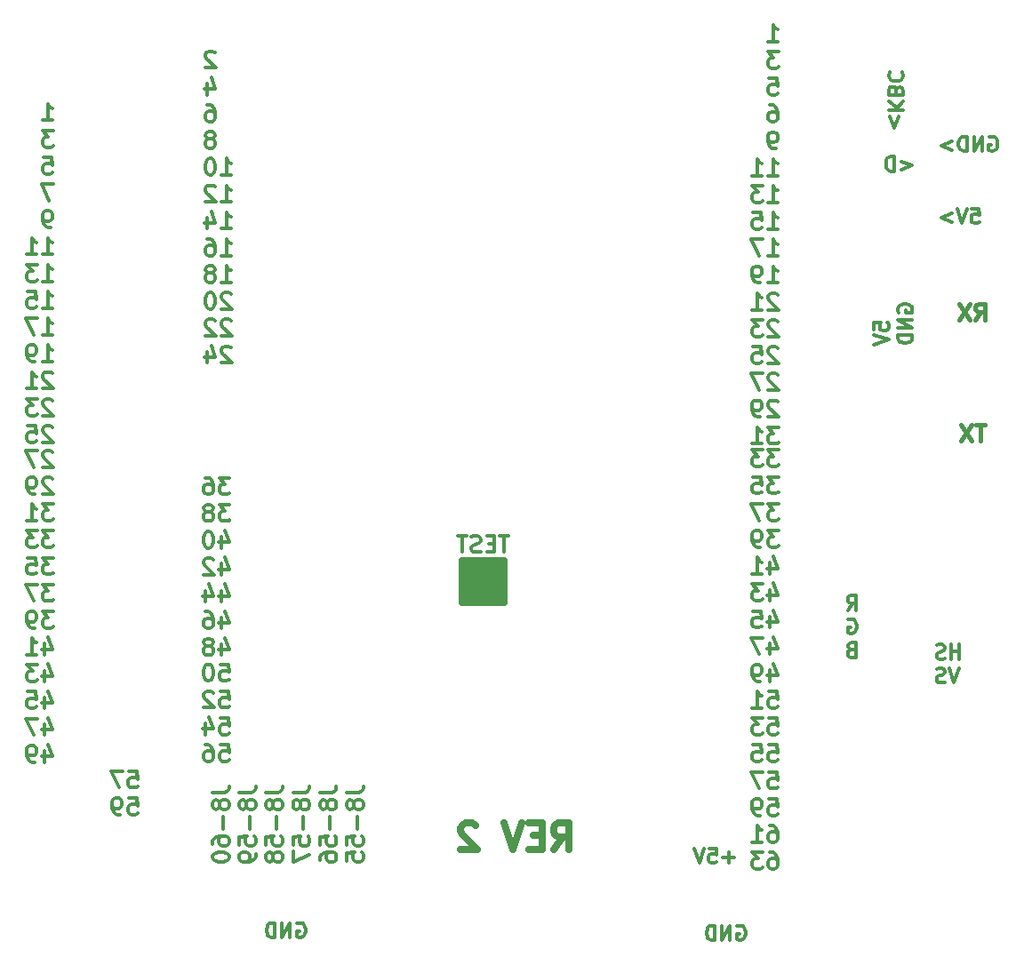
<source format=gbo>
G04 #@! TF.GenerationSoftware,KiCad,Pcbnew,(6.0.1)*
G04 #@! TF.CreationDate,2022-08-21T20:10:10-04:00*
G04 #@! TF.ProjectId,RETRO-65C816,52455452-4f2d-4363-9543-3831362e6b69,3*
G04 #@! TF.SameCoordinates,Original*
G04 #@! TF.FileFunction,Legend,Bot*
G04 #@! TF.FilePolarity,Positive*
%FSLAX46Y46*%
G04 Gerber Fmt 4.6, Leading zero omitted, Abs format (unit mm)*
G04 Created by KiCad (PCBNEW (6.0.1)) date 2022-08-21 20:10:10*
%MOMM*%
%LPD*%
G01*
G04 APERTURE LIST*
%ADD10C,0.635000*%
%ADD11C,0.349250*%
%ADD12C,0.381000*%
%ADD13C,0.304800*%
%ADD14C,0.650000*%
G04 APERTURE END LIST*
D10*
X61032571Y-95891047D02*
X61879238Y-94681523D01*
X62484000Y-95891047D02*
X62484000Y-93351047D01*
X61516380Y-93351047D01*
X61274476Y-93472000D01*
X61153523Y-93592952D01*
X61032571Y-93834857D01*
X61032571Y-94197714D01*
X61153523Y-94439619D01*
X61274476Y-94560571D01*
X61516380Y-94681523D01*
X62484000Y-94681523D01*
X59944000Y-94560571D02*
X59097333Y-94560571D01*
X58734476Y-95891047D02*
X59944000Y-95891047D01*
X59944000Y-93351047D01*
X58734476Y-93351047D01*
X58008761Y-93351047D02*
X57162095Y-95891047D01*
X56315428Y-93351047D01*
X53654476Y-93592952D02*
X53533523Y-93472000D01*
X53291619Y-93351047D01*
X52686857Y-93351047D01*
X52444952Y-93472000D01*
X52324000Y-93592952D01*
X52203047Y-93834857D01*
X52203047Y-94076761D01*
X52324000Y-94439619D01*
X53775428Y-95891047D01*
X52203047Y-95891047D01*
D11*
X94158631Y-30307642D02*
X95223012Y-30706785D01*
X94158631Y-31105928D01*
X93493393Y-31238976D02*
X93493393Y-29841976D01*
X93160774Y-29841976D01*
X92961202Y-29908500D01*
X92828155Y-30041547D01*
X92761631Y-30174595D01*
X92695107Y-30440690D01*
X92695107Y-30640261D01*
X92761631Y-30906357D01*
X92828155Y-31039404D01*
X92961202Y-31172452D01*
X93160774Y-31238976D01*
X93493393Y-31238976D01*
X102558774Y-28003500D02*
X102691822Y-27936976D01*
X102891393Y-27936976D01*
X103090964Y-28003500D01*
X103224012Y-28136547D01*
X103290536Y-28269595D01*
X103357060Y-28535690D01*
X103357060Y-28735261D01*
X103290536Y-29001357D01*
X103224012Y-29134404D01*
X103090964Y-29267452D01*
X102891393Y-29333976D01*
X102758345Y-29333976D01*
X102558774Y-29267452D01*
X102492250Y-29200928D01*
X102492250Y-28735261D01*
X102758345Y-28735261D01*
X101893536Y-29333976D02*
X101893536Y-27936976D01*
X101095250Y-29333976D01*
X101095250Y-27936976D01*
X100430012Y-29333976D02*
X100430012Y-27936976D01*
X100097393Y-27936976D01*
X99897822Y-28003500D01*
X99764774Y-28136547D01*
X99698250Y-28269595D01*
X99631726Y-28535690D01*
X99631726Y-28735261D01*
X99698250Y-29001357D01*
X99764774Y-29134404D01*
X99897822Y-29267452D01*
X100097393Y-29333976D01*
X100430012Y-29333976D01*
X99033012Y-28402642D02*
X97968631Y-28801785D01*
X99033012Y-29200928D01*
X81494463Y-18887092D02*
X82401606Y-18887092D01*
X81948035Y-18887092D02*
X81948035Y-17299592D01*
X82099225Y-17526378D01*
X82250416Y-17677568D01*
X82401606Y-17753164D01*
X82477201Y-19855467D02*
X81494463Y-19855467D01*
X82023630Y-20460229D01*
X81796844Y-20460229D01*
X81645654Y-20535824D01*
X81570058Y-20611420D01*
X81494463Y-20762610D01*
X81494463Y-21140586D01*
X81570058Y-21291777D01*
X81645654Y-21367372D01*
X81796844Y-21442967D01*
X82250416Y-21442967D01*
X82401606Y-21367372D01*
X82477201Y-21291777D01*
X81570058Y-22411342D02*
X82326011Y-22411342D01*
X82401606Y-23167295D01*
X82326011Y-23091699D01*
X82174820Y-23016104D01*
X81796844Y-23016104D01*
X81645654Y-23091699D01*
X81570058Y-23167295D01*
X81494463Y-23318485D01*
X81494463Y-23696461D01*
X81570058Y-23847652D01*
X81645654Y-23923247D01*
X81796844Y-23998842D01*
X82174820Y-23998842D01*
X82326011Y-23923247D01*
X82401606Y-23847652D01*
X81645654Y-24967217D02*
X81948035Y-24967217D01*
X82099225Y-25042813D01*
X82174820Y-25118408D01*
X82326011Y-25345193D01*
X82401606Y-25647574D01*
X82401606Y-26252336D01*
X82326011Y-26403527D01*
X82250416Y-26479122D01*
X82099225Y-26554717D01*
X81796844Y-26554717D01*
X81645654Y-26479122D01*
X81570058Y-26403527D01*
X81494463Y-26252336D01*
X81494463Y-25874360D01*
X81570058Y-25723170D01*
X81645654Y-25647574D01*
X81796844Y-25571979D01*
X82099225Y-25571979D01*
X82250416Y-25647574D01*
X82326011Y-25723170D01*
X82401606Y-25874360D01*
X82250416Y-29110592D02*
X81948035Y-29110592D01*
X81796844Y-29034997D01*
X81721249Y-28959402D01*
X81570058Y-28732616D01*
X81494463Y-28430235D01*
X81494463Y-27825473D01*
X81570058Y-27674283D01*
X81645654Y-27598688D01*
X81796844Y-27523092D01*
X82099225Y-27523092D01*
X82250416Y-27598688D01*
X82326011Y-27674283D01*
X82401606Y-27825473D01*
X82401606Y-28203449D01*
X82326011Y-28354640D01*
X82250416Y-28430235D01*
X82099225Y-28505830D01*
X81796844Y-28505830D01*
X81645654Y-28430235D01*
X81570058Y-28354640D01*
X81494463Y-28203449D01*
X81494463Y-31666467D02*
X82401606Y-31666467D01*
X81948035Y-31666467D02*
X81948035Y-30078967D01*
X82099225Y-30305753D01*
X82250416Y-30456943D01*
X82401606Y-30532539D01*
X79982558Y-31666467D02*
X80889701Y-31666467D01*
X80436130Y-31666467D02*
X80436130Y-30078967D01*
X80587320Y-30305753D01*
X80738511Y-30456943D01*
X80889701Y-30532539D01*
X81494463Y-34222342D02*
X82401606Y-34222342D01*
X81948035Y-34222342D02*
X81948035Y-32634842D01*
X82099225Y-32861628D01*
X82250416Y-33012818D01*
X82401606Y-33088414D01*
X80965297Y-32634842D02*
X79982558Y-32634842D01*
X80511725Y-33239604D01*
X80284939Y-33239604D01*
X80133749Y-33315199D01*
X80058154Y-33390795D01*
X79982558Y-33541985D01*
X79982558Y-33919961D01*
X80058154Y-34071152D01*
X80133749Y-34146747D01*
X80284939Y-34222342D01*
X80738511Y-34222342D01*
X80889701Y-34146747D01*
X80965297Y-34071152D01*
X81494463Y-36778217D02*
X82401606Y-36778217D01*
X81948035Y-36778217D02*
X81948035Y-35190717D01*
X82099225Y-35417503D01*
X82250416Y-35568693D01*
X82401606Y-35644289D01*
X80058154Y-35190717D02*
X80814106Y-35190717D01*
X80889701Y-35946670D01*
X80814106Y-35871074D01*
X80662916Y-35795479D01*
X80284939Y-35795479D01*
X80133749Y-35871074D01*
X80058154Y-35946670D01*
X79982558Y-36097860D01*
X79982558Y-36475836D01*
X80058154Y-36627027D01*
X80133749Y-36702622D01*
X80284939Y-36778217D01*
X80662916Y-36778217D01*
X80814106Y-36702622D01*
X80889701Y-36627027D01*
X81494463Y-39334092D02*
X82401606Y-39334092D01*
X81948035Y-39334092D02*
X81948035Y-37746592D01*
X82099225Y-37973378D01*
X82250416Y-38124568D01*
X82401606Y-38200164D01*
X80965297Y-37746592D02*
X79906963Y-37746592D01*
X80587320Y-39334092D01*
X81494463Y-41889967D02*
X82401606Y-41889967D01*
X81948035Y-41889967D02*
X81948035Y-40302467D01*
X82099225Y-40529253D01*
X82250416Y-40680443D01*
X82401606Y-40756039D01*
X80738511Y-41889967D02*
X80436130Y-41889967D01*
X80284939Y-41814372D01*
X80209344Y-41738777D01*
X80058154Y-41511991D01*
X79982558Y-41209610D01*
X79982558Y-40604848D01*
X80058154Y-40453658D01*
X80133749Y-40378063D01*
X80284939Y-40302467D01*
X80587320Y-40302467D01*
X80738511Y-40378063D01*
X80814106Y-40453658D01*
X80889701Y-40604848D01*
X80889701Y-40982824D01*
X80814106Y-41134015D01*
X80738511Y-41209610D01*
X80587320Y-41285205D01*
X80284939Y-41285205D01*
X80133749Y-41209610D01*
X80058154Y-41134015D01*
X79982558Y-40982824D01*
X82401606Y-43009533D02*
X82326011Y-42933938D01*
X82174820Y-42858342D01*
X81796844Y-42858342D01*
X81645654Y-42933938D01*
X81570058Y-43009533D01*
X81494463Y-43160723D01*
X81494463Y-43311914D01*
X81570058Y-43538699D01*
X82477201Y-44445842D01*
X81494463Y-44445842D01*
X79982558Y-44445842D02*
X80889701Y-44445842D01*
X80436130Y-44445842D02*
X80436130Y-42858342D01*
X80587320Y-43085128D01*
X80738511Y-43236318D01*
X80889701Y-43311914D01*
X82401606Y-45565408D02*
X82326011Y-45489813D01*
X82174820Y-45414217D01*
X81796844Y-45414217D01*
X81645654Y-45489813D01*
X81570058Y-45565408D01*
X81494463Y-45716598D01*
X81494463Y-45867789D01*
X81570058Y-46094574D01*
X82477201Y-47001717D01*
X81494463Y-47001717D01*
X80965297Y-45414217D02*
X79982558Y-45414217D01*
X80511725Y-46018979D01*
X80284939Y-46018979D01*
X80133749Y-46094574D01*
X80058154Y-46170170D01*
X79982558Y-46321360D01*
X79982558Y-46699336D01*
X80058154Y-46850527D01*
X80133749Y-46926122D01*
X80284939Y-47001717D01*
X80738511Y-47001717D01*
X80889701Y-46926122D01*
X80965297Y-46850527D01*
X82401606Y-48121283D02*
X82326011Y-48045688D01*
X82174820Y-47970092D01*
X81796844Y-47970092D01*
X81645654Y-48045688D01*
X81570058Y-48121283D01*
X81494463Y-48272473D01*
X81494463Y-48423664D01*
X81570058Y-48650449D01*
X82477201Y-49557592D01*
X81494463Y-49557592D01*
X80058154Y-47970092D02*
X80814106Y-47970092D01*
X80889701Y-48726045D01*
X80814106Y-48650449D01*
X80662916Y-48574854D01*
X80284939Y-48574854D01*
X80133749Y-48650449D01*
X80058154Y-48726045D01*
X79982558Y-48877235D01*
X79982558Y-49255211D01*
X80058154Y-49406402D01*
X80133749Y-49481997D01*
X80284939Y-49557592D01*
X80662916Y-49557592D01*
X80814106Y-49481997D01*
X80889701Y-49406402D01*
X82401606Y-50677158D02*
X82326011Y-50601563D01*
X82174820Y-50525967D01*
X81796844Y-50525967D01*
X81645654Y-50601563D01*
X81570058Y-50677158D01*
X81494463Y-50828348D01*
X81494463Y-50979539D01*
X81570058Y-51206324D01*
X82477201Y-52113467D01*
X81494463Y-52113467D01*
X80965297Y-50525967D02*
X79906963Y-50525967D01*
X80587320Y-52113467D01*
X82401606Y-53233033D02*
X82326011Y-53157438D01*
X82174820Y-53081842D01*
X81796844Y-53081842D01*
X81645654Y-53157438D01*
X81570058Y-53233033D01*
X81494463Y-53384223D01*
X81494463Y-53535414D01*
X81570058Y-53762199D01*
X82477201Y-54669342D01*
X81494463Y-54669342D01*
X80738511Y-54669342D02*
X80436130Y-54669342D01*
X80284939Y-54593747D01*
X80209344Y-54518152D01*
X80058154Y-54291366D01*
X79982558Y-53988985D01*
X79982558Y-53384223D01*
X80058154Y-53233033D01*
X80133749Y-53157438D01*
X80284939Y-53081842D01*
X80587320Y-53081842D01*
X80738511Y-53157438D01*
X80814106Y-53233033D01*
X80889701Y-53384223D01*
X80889701Y-53762199D01*
X80814106Y-53913390D01*
X80738511Y-53988985D01*
X80587320Y-54064580D01*
X80284939Y-54064580D01*
X80133749Y-53988985D01*
X80058154Y-53913390D01*
X79982558Y-53762199D01*
X82477201Y-55637717D02*
X81494463Y-55637717D01*
X82023630Y-56242479D01*
X81796844Y-56242479D01*
X81645654Y-56318074D01*
X81570058Y-56393670D01*
X81494463Y-56544860D01*
X81494463Y-56922836D01*
X81570058Y-57074027D01*
X81645654Y-57149622D01*
X81796844Y-57225217D01*
X82250416Y-57225217D01*
X82401606Y-57149622D01*
X82477201Y-57074027D01*
X79982558Y-57225217D02*
X80889701Y-57225217D01*
X80436130Y-57225217D02*
X80436130Y-55637717D01*
X80587320Y-55864503D01*
X80738511Y-56015693D01*
X80889701Y-56091289D01*
X12406463Y-26403904D02*
X13313606Y-26403904D01*
X12860035Y-26403904D02*
X12860035Y-24816404D01*
X13011225Y-25043190D01*
X13162416Y-25194380D01*
X13313606Y-25269976D01*
X13389201Y-27372279D02*
X12406463Y-27372279D01*
X12935630Y-27977041D01*
X12708844Y-27977041D01*
X12557654Y-28052636D01*
X12482058Y-28128232D01*
X12406463Y-28279422D01*
X12406463Y-28657398D01*
X12482058Y-28808589D01*
X12557654Y-28884184D01*
X12708844Y-28959779D01*
X13162416Y-28959779D01*
X13313606Y-28884184D01*
X13389201Y-28808589D01*
X12482058Y-29928154D02*
X13238011Y-29928154D01*
X13313606Y-30684107D01*
X13238011Y-30608511D01*
X13086820Y-30532916D01*
X12708844Y-30532916D01*
X12557654Y-30608511D01*
X12482058Y-30684107D01*
X12406463Y-30835297D01*
X12406463Y-31213273D01*
X12482058Y-31364464D01*
X12557654Y-31440059D01*
X12708844Y-31515654D01*
X13086820Y-31515654D01*
X13238011Y-31440059D01*
X13313606Y-31364464D01*
X13389201Y-32484029D02*
X12330868Y-32484029D01*
X13011225Y-34071529D01*
X13162416Y-36627404D02*
X12860035Y-36627404D01*
X12708844Y-36551809D01*
X12633249Y-36476214D01*
X12482058Y-36249428D01*
X12406463Y-35947047D01*
X12406463Y-35342285D01*
X12482058Y-35191095D01*
X12557654Y-35115500D01*
X12708844Y-35039904D01*
X13011225Y-35039904D01*
X13162416Y-35115500D01*
X13238011Y-35191095D01*
X13313606Y-35342285D01*
X13313606Y-35720261D01*
X13238011Y-35871452D01*
X13162416Y-35947047D01*
X13011225Y-36022642D01*
X12708844Y-36022642D01*
X12557654Y-35947047D01*
X12482058Y-35871452D01*
X12406463Y-35720261D01*
X12406463Y-39183279D02*
X13313606Y-39183279D01*
X12860035Y-39183279D02*
X12860035Y-37595779D01*
X13011225Y-37822565D01*
X13162416Y-37973755D01*
X13313606Y-38049351D01*
X10894558Y-39183279D02*
X11801701Y-39183279D01*
X11348130Y-39183279D02*
X11348130Y-37595779D01*
X11499320Y-37822565D01*
X11650511Y-37973755D01*
X11801701Y-38049351D01*
X12406463Y-41739154D02*
X13313606Y-41739154D01*
X12860035Y-41739154D02*
X12860035Y-40151654D01*
X13011225Y-40378440D01*
X13162416Y-40529630D01*
X13313606Y-40605226D01*
X11877297Y-40151654D02*
X10894558Y-40151654D01*
X11423725Y-40756416D01*
X11196939Y-40756416D01*
X11045749Y-40832011D01*
X10970154Y-40907607D01*
X10894558Y-41058797D01*
X10894558Y-41436773D01*
X10970154Y-41587964D01*
X11045749Y-41663559D01*
X11196939Y-41739154D01*
X11650511Y-41739154D01*
X11801701Y-41663559D01*
X11877297Y-41587964D01*
X12406463Y-44295029D02*
X13313606Y-44295029D01*
X12860035Y-44295029D02*
X12860035Y-42707529D01*
X13011225Y-42934315D01*
X13162416Y-43085505D01*
X13313606Y-43161101D01*
X10970154Y-42707529D02*
X11726106Y-42707529D01*
X11801701Y-43463482D01*
X11726106Y-43387886D01*
X11574916Y-43312291D01*
X11196939Y-43312291D01*
X11045749Y-43387886D01*
X10970154Y-43463482D01*
X10894558Y-43614672D01*
X10894558Y-43992648D01*
X10970154Y-44143839D01*
X11045749Y-44219434D01*
X11196939Y-44295029D01*
X11574916Y-44295029D01*
X11726106Y-44219434D01*
X11801701Y-44143839D01*
X12406463Y-46850904D02*
X13313606Y-46850904D01*
X12860035Y-46850904D02*
X12860035Y-45263404D01*
X13011225Y-45490190D01*
X13162416Y-45641380D01*
X13313606Y-45716976D01*
X11877297Y-45263404D02*
X10818963Y-45263404D01*
X11499320Y-46850904D01*
X12406463Y-49406779D02*
X13313606Y-49406779D01*
X12860035Y-49406779D02*
X12860035Y-47819279D01*
X13011225Y-48046065D01*
X13162416Y-48197255D01*
X13313606Y-48272851D01*
X11650511Y-49406779D02*
X11348130Y-49406779D01*
X11196939Y-49331184D01*
X11121344Y-49255589D01*
X10970154Y-49028803D01*
X10894558Y-48726422D01*
X10894558Y-48121660D01*
X10970154Y-47970470D01*
X11045749Y-47894875D01*
X11196939Y-47819279D01*
X11499320Y-47819279D01*
X11650511Y-47894875D01*
X11726106Y-47970470D01*
X11801701Y-48121660D01*
X11801701Y-48499636D01*
X11726106Y-48650827D01*
X11650511Y-48726422D01*
X11499320Y-48802017D01*
X11196939Y-48802017D01*
X11045749Y-48726422D01*
X10970154Y-48650827D01*
X10894558Y-48499636D01*
X13313606Y-50526345D02*
X13238011Y-50450750D01*
X13086820Y-50375154D01*
X12708844Y-50375154D01*
X12557654Y-50450750D01*
X12482058Y-50526345D01*
X12406463Y-50677535D01*
X12406463Y-50828726D01*
X12482058Y-51055511D01*
X13389201Y-51962654D01*
X12406463Y-51962654D01*
X10894558Y-51962654D02*
X11801701Y-51962654D01*
X11348130Y-51962654D02*
X11348130Y-50375154D01*
X11499320Y-50601940D01*
X11650511Y-50753130D01*
X11801701Y-50828726D01*
X13313606Y-53082220D02*
X13238011Y-53006625D01*
X13086820Y-52931029D01*
X12708844Y-52931029D01*
X12557654Y-53006625D01*
X12482058Y-53082220D01*
X12406463Y-53233410D01*
X12406463Y-53384601D01*
X12482058Y-53611386D01*
X13389201Y-54518529D01*
X12406463Y-54518529D01*
X11877297Y-52931029D02*
X10894558Y-52931029D01*
X11423725Y-53535791D01*
X11196939Y-53535791D01*
X11045749Y-53611386D01*
X10970154Y-53686982D01*
X10894558Y-53838172D01*
X10894558Y-54216148D01*
X10970154Y-54367339D01*
X11045749Y-54442934D01*
X11196939Y-54518529D01*
X11650511Y-54518529D01*
X11801701Y-54442934D01*
X11877297Y-54367339D01*
X13313606Y-55638095D02*
X13238011Y-55562500D01*
X13086820Y-55486904D01*
X12708844Y-55486904D01*
X12557654Y-55562500D01*
X12482058Y-55638095D01*
X12406463Y-55789285D01*
X12406463Y-55940476D01*
X12482058Y-56167261D01*
X13389201Y-57074404D01*
X12406463Y-57074404D01*
X10970154Y-55486904D02*
X11726106Y-55486904D01*
X11801701Y-56242857D01*
X11726106Y-56167261D01*
X11574916Y-56091666D01*
X11196939Y-56091666D01*
X11045749Y-56167261D01*
X10970154Y-56242857D01*
X10894558Y-56394047D01*
X10894558Y-56772023D01*
X10970154Y-56923214D01*
X11045749Y-56998809D01*
X11196939Y-57074404D01*
X11574916Y-57074404D01*
X11726106Y-56998809D01*
X11801701Y-56923214D01*
X78534380Y-103187500D02*
X78667428Y-103120976D01*
X78867000Y-103120976D01*
X79066571Y-103187500D01*
X79199619Y-103320547D01*
X79266142Y-103453595D01*
X79332666Y-103719690D01*
X79332666Y-103919261D01*
X79266142Y-104185357D01*
X79199619Y-104318404D01*
X79066571Y-104451452D01*
X78867000Y-104517976D01*
X78733952Y-104517976D01*
X78534380Y-104451452D01*
X78467857Y-104384928D01*
X78467857Y-103919261D01*
X78733952Y-103919261D01*
X77869142Y-104517976D02*
X77869142Y-103120976D01*
X77070857Y-104517976D01*
X77070857Y-103120976D01*
X76405619Y-104517976D02*
X76405619Y-103120976D01*
X76073000Y-103120976D01*
X75873428Y-103187500D01*
X75740380Y-103320547D01*
X75673857Y-103453595D01*
X75607333Y-103719690D01*
X75607333Y-103919261D01*
X75673857Y-104185357D01*
X75740380Y-104318404D01*
X75873428Y-104451452D01*
X76073000Y-104517976D01*
X76405619Y-104517976D01*
X36624380Y-102933500D02*
X36757428Y-102866976D01*
X36957000Y-102866976D01*
X37156571Y-102933500D01*
X37289619Y-103066547D01*
X37356142Y-103199595D01*
X37422666Y-103465690D01*
X37422666Y-103665261D01*
X37356142Y-103931357D01*
X37289619Y-104064404D01*
X37156571Y-104197452D01*
X36957000Y-104263976D01*
X36823952Y-104263976D01*
X36624380Y-104197452D01*
X36557857Y-104130928D01*
X36557857Y-103665261D01*
X36823952Y-103665261D01*
X35959142Y-104263976D02*
X35959142Y-102866976D01*
X35160857Y-104263976D01*
X35160857Y-102866976D01*
X34495619Y-104263976D02*
X34495619Y-102866976D01*
X34163000Y-102866976D01*
X33963428Y-102933500D01*
X33830380Y-103066547D01*
X33763857Y-103199595D01*
X33697333Y-103465690D01*
X33697333Y-103665261D01*
X33763857Y-103931357D01*
X33830380Y-104064404D01*
X33963428Y-104197452D01*
X34163000Y-104263976D01*
X34495619Y-104263976D01*
X20610058Y-88403717D02*
X21366011Y-88403717D01*
X21441606Y-89159670D01*
X21366011Y-89084074D01*
X21214820Y-89008479D01*
X20836844Y-89008479D01*
X20685654Y-89084074D01*
X20610058Y-89159670D01*
X20534463Y-89310860D01*
X20534463Y-89688836D01*
X20610058Y-89840027D01*
X20685654Y-89915622D01*
X20836844Y-89991217D01*
X21214820Y-89991217D01*
X21366011Y-89915622D01*
X21441606Y-89840027D01*
X20005297Y-88403717D02*
X18946963Y-88403717D01*
X19627320Y-89991217D01*
X20610058Y-90959592D02*
X21366011Y-90959592D01*
X21441606Y-91715545D01*
X21366011Y-91639949D01*
X21214820Y-91564354D01*
X20836844Y-91564354D01*
X20685654Y-91639949D01*
X20610058Y-91715545D01*
X20534463Y-91866735D01*
X20534463Y-92244711D01*
X20610058Y-92395902D01*
X20685654Y-92471497D01*
X20836844Y-92547092D01*
X21214820Y-92547092D01*
X21366011Y-92471497D01*
X21441606Y-92395902D01*
X19778511Y-92547092D02*
X19476130Y-92547092D01*
X19324939Y-92471497D01*
X19249344Y-92395902D01*
X19098154Y-92169116D01*
X19022558Y-91866735D01*
X19022558Y-91261973D01*
X19098154Y-91110783D01*
X19173749Y-91035188D01*
X19324939Y-90959592D01*
X19627320Y-90959592D01*
X19778511Y-91035188D01*
X19854106Y-91110783D01*
X19929701Y-91261973D01*
X19929701Y-91639949D01*
X19854106Y-91791140D01*
X19778511Y-91866735D01*
X19627320Y-91942330D01*
X19324939Y-91942330D01*
X19173749Y-91866735D01*
X19098154Y-91791140D01*
X19022558Y-91639949D01*
X28817736Y-19963795D02*
X28742141Y-19888200D01*
X28590950Y-19812604D01*
X28212974Y-19812604D01*
X28061783Y-19888200D01*
X27986188Y-19963795D01*
X27910593Y-20114985D01*
X27910593Y-20266176D01*
X27986188Y-20492961D01*
X28893331Y-21400104D01*
X27910593Y-21400104D01*
X28061783Y-22897646D02*
X28061783Y-23955979D01*
X28439760Y-22292884D02*
X28817736Y-23426813D01*
X27834998Y-23426813D01*
X28061783Y-24924354D02*
X28364164Y-24924354D01*
X28515355Y-24999950D01*
X28590950Y-25075545D01*
X28742141Y-25302330D01*
X28817736Y-25604711D01*
X28817736Y-26209473D01*
X28742141Y-26360664D01*
X28666545Y-26436259D01*
X28515355Y-26511854D01*
X28212974Y-26511854D01*
X28061783Y-26436259D01*
X27986188Y-26360664D01*
X27910593Y-26209473D01*
X27910593Y-25831497D01*
X27986188Y-25680307D01*
X28061783Y-25604711D01*
X28212974Y-25529116D01*
X28515355Y-25529116D01*
X28666545Y-25604711D01*
X28742141Y-25680307D01*
X28817736Y-25831497D01*
X28515355Y-28160586D02*
X28666545Y-28084991D01*
X28742141Y-28009396D01*
X28817736Y-27858205D01*
X28817736Y-27782610D01*
X28742141Y-27631420D01*
X28666545Y-27555825D01*
X28515355Y-27480229D01*
X28212974Y-27480229D01*
X28061783Y-27555825D01*
X27986188Y-27631420D01*
X27910593Y-27782610D01*
X27910593Y-27858205D01*
X27986188Y-28009396D01*
X28061783Y-28084991D01*
X28212974Y-28160586D01*
X28515355Y-28160586D01*
X28666545Y-28236182D01*
X28742141Y-28311777D01*
X28817736Y-28462967D01*
X28817736Y-28765348D01*
X28742141Y-28916539D01*
X28666545Y-28992134D01*
X28515355Y-29067729D01*
X28212974Y-29067729D01*
X28061783Y-28992134D01*
X27986188Y-28916539D01*
X27910593Y-28765348D01*
X27910593Y-28462967D01*
X27986188Y-28311777D01*
X28061783Y-28236182D01*
X28212974Y-28160586D01*
X29422498Y-31623604D02*
X30329641Y-31623604D01*
X29876069Y-31623604D02*
X29876069Y-30036104D01*
X30027260Y-30262890D01*
X30178450Y-30414080D01*
X30329641Y-30489676D01*
X28439760Y-30036104D02*
X28288569Y-30036104D01*
X28137379Y-30111700D01*
X28061783Y-30187295D01*
X27986188Y-30338485D01*
X27910593Y-30640866D01*
X27910593Y-31018842D01*
X27986188Y-31321223D01*
X28061783Y-31472414D01*
X28137379Y-31548009D01*
X28288569Y-31623604D01*
X28439760Y-31623604D01*
X28590950Y-31548009D01*
X28666545Y-31472414D01*
X28742141Y-31321223D01*
X28817736Y-31018842D01*
X28817736Y-30640866D01*
X28742141Y-30338485D01*
X28666545Y-30187295D01*
X28590950Y-30111700D01*
X28439760Y-30036104D01*
X29422498Y-34179479D02*
X30329641Y-34179479D01*
X29876069Y-34179479D02*
X29876069Y-32591979D01*
X30027260Y-32818765D01*
X30178450Y-32969955D01*
X30329641Y-33045551D01*
X28817736Y-32743170D02*
X28742141Y-32667575D01*
X28590950Y-32591979D01*
X28212974Y-32591979D01*
X28061783Y-32667575D01*
X27986188Y-32743170D01*
X27910593Y-32894360D01*
X27910593Y-33045551D01*
X27986188Y-33272336D01*
X28893331Y-34179479D01*
X27910593Y-34179479D01*
X29422498Y-36735354D02*
X30329641Y-36735354D01*
X29876069Y-36735354D02*
X29876069Y-35147854D01*
X30027260Y-35374640D01*
X30178450Y-35525830D01*
X30329641Y-35601426D01*
X28061783Y-35677021D02*
X28061783Y-36735354D01*
X28439760Y-35072259D02*
X28817736Y-36206188D01*
X27834998Y-36206188D01*
X29422498Y-39291229D02*
X30329641Y-39291229D01*
X29876069Y-39291229D02*
X29876069Y-37703729D01*
X30027260Y-37930515D01*
X30178450Y-38081705D01*
X30329641Y-38157301D01*
X28061783Y-37703729D02*
X28364164Y-37703729D01*
X28515355Y-37779325D01*
X28590950Y-37854920D01*
X28742141Y-38081705D01*
X28817736Y-38384086D01*
X28817736Y-38988848D01*
X28742141Y-39140039D01*
X28666545Y-39215634D01*
X28515355Y-39291229D01*
X28212974Y-39291229D01*
X28061783Y-39215634D01*
X27986188Y-39140039D01*
X27910593Y-38988848D01*
X27910593Y-38610872D01*
X27986188Y-38459682D01*
X28061783Y-38384086D01*
X28212974Y-38308491D01*
X28515355Y-38308491D01*
X28666545Y-38384086D01*
X28742141Y-38459682D01*
X28817736Y-38610872D01*
X29422498Y-41847104D02*
X30329641Y-41847104D01*
X29876069Y-41847104D02*
X29876069Y-40259604D01*
X30027260Y-40486390D01*
X30178450Y-40637580D01*
X30329641Y-40713176D01*
X28515355Y-40939961D02*
X28666545Y-40864366D01*
X28742141Y-40788771D01*
X28817736Y-40637580D01*
X28817736Y-40561985D01*
X28742141Y-40410795D01*
X28666545Y-40335200D01*
X28515355Y-40259604D01*
X28212974Y-40259604D01*
X28061783Y-40335200D01*
X27986188Y-40410795D01*
X27910593Y-40561985D01*
X27910593Y-40637580D01*
X27986188Y-40788771D01*
X28061783Y-40864366D01*
X28212974Y-40939961D01*
X28515355Y-40939961D01*
X28666545Y-41015557D01*
X28742141Y-41091152D01*
X28817736Y-41242342D01*
X28817736Y-41544723D01*
X28742141Y-41695914D01*
X28666545Y-41771509D01*
X28515355Y-41847104D01*
X28212974Y-41847104D01*
X28061783Y-41771509D01*
X27986188Y-41695914D01*
X27910593Y-41544723D01*
X27910593Y-41242342D01*
X27986188Y-41091152D01*
X28061783Y-41015557D01*
X28212974Y-40939961D01*
X30329641Y-42966670D02*
X30254045Y-42891075D01*
X30102855Y-42815479D01*
X29724879Y-42815479D01*
X29573688Y-42891075D01*
X29498093Y-42966670D01*
X29422498Y-43117860D01*
X29422498Y-43269051D01*
X29498093Y-43495836D01*
X30405236Y-44402979D01*
X29422498Y-44402979D01*
X28439760Y-42815479D02*
X28288569Y-42815479D01*
X28137379Y-42891075D01*
X28061783Y-42966670D01*
X27986188Y-43117860D01*
X27910593Y-43420241D01*
X27910593Y-43798217D01*
X27986188Y-44100598D01*
X28061783Y-44251789D01*
X28137379Y-44327384D01*
X28288569Y-44402979D01*
X28439760Y-44402979D01*
X28590950Y-44327384D01*
X28666545Y-44251789D01*
X28742141Y-44100598D01*
X28817736Y-43798217D01*
X28817736Y-43420241D01*
X28742141Y-43117860D01*
X28666545Y-42966670D01*
X28590950Y-42891075D01*
X28439760Y-42815479D01*
X30329641Y-45522545D02*
X30254045Y-45446950D01*
X30102855Y-45371354D01*
X29724879Y-45371354D01*
X29573688Y-45446950D01*
X29498093Y-45522545D01*
X29422498Y-45673735D01*
X29422498Y-45824926D01*
X29498093Y-46051711D01*
X30405236Y-46958854D01*
X29422498Y-46958854D01*
X28817736Y-45522545D02*
X28742141Y-45446950D01*
X28590950Y-45371354D01*
X28212974Y-45371354D01*
X28061783Y-45446950D01*
X27986188Y-45522545D01*
X27910593Y-45673735D01*
X27910593Y-45824926D01*
X27986188Y-46051711D01*
X28893331Y-46958854D01*
X27910593Y-46958854D01*
X30329641Y-48078420D02*
X30254045Y-48002825D01*
X30102855Y-47927229D01*
X29724879Y-47927229D01*
X29573688Y-48002825D01*
X29498093Y-48078420D01*
X29422498Y-48229610D01*
X29422498Y-48380801D01*
X29498093Y-48607586D01*
X30405236Y-49514729D01*
X29422498Y-49514729D01*
X28061783Y-48456396D02*
X28061783Y-49514729D01*
X28439760Y-47851634D02*
X28817736Y-48985563D01*
X27834998Y-48985563D01*
X82477201Y-57812592D02*
X81494463Y-57812592D01*
X82023630Y-58417354D01*
X81796844Y-58417354D01*
X81645654Y-58492949D01*
X81570058Y-58568545D01*
X81494463Y-58719735D01*
X81494463Y-59097711D01*
X81570058Y-59248902D01*
X81645654Y-59324497D01*
X81796844Y-59400092D01*
X82250416Y-59400092D01*
X82401606Y-59324497D01*
X82477201Y-59248902D01*
X80965297Y-57812592D02*
X79982558Y-57812592D01*
X80511725Y-58417354D01*
X80284939Y-58417354D01*
X80133749Y-58492949D01*
X80058154Y-58568545D01*
X79982558Y-58719735D01*
X79982558Y-59097711D01*
X80058154Y-59248902D01*
X80133749Y-59324497D01*
X80284939Y-59400092D01*
X80738511Y-59400092D01*
X80889701Y-59324497D01*
X80965297Y-59248902D01*
X82477201Y-60368467D02*
X81494463Y-60368467D01*
X82023630Y-60973229D01*
X81796844Y-60973229D01*
X81645654Y-61048824D01*
X81570058Y-61124420D01*
X81494463Y-61275610D01*
X81494463Y-61653586D01*
X81570058Y-61804777D01*
X81645654Y-61880372D01*
X81796844Y-61955967D01*
X82250416Y-61955967D01*
X82401606Y-61880372D01*
X82477201Y-61804777D01*
X80058154Y-60368467D02*
X80814106Y-60368467D01*
X80889701Y-61124420D01*
X80814106Y-61048824D01*
X80662916Y-60973229D01*
X80284939Y-60973229D01*
X80133749Y-61048824D01*
X80058154Y-61124420D01*
X79982558Y-61275610D01*
X79982558Y-61653586D01*
X80058154Y-61804777D01*
X80133749Y-61880372D01*
X80284939Y-61955967D01*
X80662916Y-61955967D01*
X80814106Y-61880372D01*
X80889701Y-61804777D01*
X82477201Y-62924342D02*
X81494463Y-62924342D01*
X82023630Y-63529104D01*
X81796844Y-63529104D01*
X81645654Y-63604699D01*
X81570058Y-63680295D01*
X81494463Y-63831485D01*
X81494463Y-64209461D01*
X81570058Y-64360652D01*
X81645654Y-64436247D01*
X81796844Y-64511842D01*
X82250416Y-64511842D01*
X82401606Y-64436247D01*
X82477201Y-64360652D01*
X80965297Y-62924342D02*
X79906963Y-62924342D01*
X80587320Y-64511842D01*
X82477201Y-65480217D02*
X81494463Y-65480217D01*
X82023630Y-66084979D01*
X81796844Y-66084979D01*
X81645654Y-66160574D01*
X81570058Y-66236170D01*
X81494463Y-66387360D01*
X81494463Y-66765336D01*
X81570058Y-66916527D01*
X81645654Y-66992122D01*
X81796844Y-67067717D01*
X82250416Y-67067717D01*
X82401606Y-66992122D01*
X82477201Y-66916527D01*
X80738511Y-67067717D02*
X80436130Y-67067717D01*
X80284939Y-66992122D01*
X80209344Y-66916527D01*
X80058154Y-66689741D01*
X79982558Y-66387360D01*
X79982558Y-65782598D01*
X80058154Y-65631408D01*
X80133749Y-65555813D01*
X80284939Y-65480217D01*
X80587320Y-65480217D01*
X80738511Y-65555813D01*
X80814106Y-65631408D01*
X80889701Y-65782598D01*
X80889701Y-66160574D01*
X80814106Y-66311765D01*
X80738511Y-66387360D01*
X80587320Y-66462955D01*
X80284939Y-66462955D01*
X80133749Y-66387360D01*
X80058154Y-66311765D01*
X79982558Y-66160574D01*
X81645654Y-68565259D02*
X81645654Y-69623592D01*
X82023630Y-67960497D02*
X82401606Y-69094426D01*
X81418868Y-69094426D01*
X79982558Y-69623592D02*
X80889701Y-69623592D01*
X80436130Y-69623592D02*
X80436130Y-68036092D01*
X80587320Y-68262878D01*
X80738511Y-68414068D01*
X80889701Y-68489664D01*
X81645654Y-71121134D02*
X81645654Y-72179467D01*
X82023630Y-70516372D02*
X82401606Y-71650301D01*
X81418868Y-71650301D01*
X80965297Y-70591967D02*
X79982558Y-70591967D01*
X80511725Y-71196729D01*
X80284939Y-71196729D01*
X80133749Y-71272324D01*
X80058154Y-71347920D01*
X79982558Y-71499110D01*
X79982558Y-71877086D01*
X80058154Y-72028277D01*
X80133749Y-72103872D01*
X80284939Y-72179467D01*
X80738511Y-72179467D01*
X80889701Y-72103872D01*
X80965297Y-72028277D01*
X81645654Y-73677009D02*
X81645654Y-74735342D01*
X82023630Y-73072247D02*
X82401606Y-74206176D01*
X81418868Y-74206176D01*
X80058154Y-73147842D02*
X80814106Y-73147842D01*
X80889701Y-73903795D01*
X80814106Y-73828199D01*
X80662916Y-73752604D01*
X80284939Y-73752604D01*
X80133749Y-73828199D01*
X80058154Y-73903795D01*
X79982558Y-74054985D01*
X79982558Y-74432961D01*
X80058154Y-74584152D01*
X80133749Y-74659747D01*
X80284939Y-74735342D01*
X80662916Y-74735342D01*
X80814106Y-74659747D01*
X80889701Y-74584152D01*
X81645654Y-76232884D02*
X81645654Y-77291217D01*
X82023630Y-75628122D02*
X82401606Y-76762051D01*
X81418868Y-76762051D01*
X80965297Y-75703717D02*
X79906963Y-75703717D01*
X80587320Y-77291217D01*
X81645654Y-78788759D02*
X81645654Y-79847092D01*
X82023630Y-78183997D02*
X82401606Y-79317926D01*
X81418868Y-79317926D01*
X80738511Y-79847092D02*
X80436130Y-79847092D01*
X80284939Y-79771497D01*
X80209344Y-79695902D01*
X80058154Y-79469116D01*
X79982558Y-79166735D01*
X79982558Y-78561973D01*
X80058154Y-78410783D01*
X80133749Y-78335188D01*
X80284939Y-78259592D01*
X80587320Y-78259592D01*
X80738511Y-78335188D01*
X80814106Y-78410783D01*
X80889701Y-78561973D01*
X80889701Y-78939949D01*
X80814106Y-79091140D01*
X80738511Y-79166735D01*
X80587320Y-79242330D01*
X80284939Y-79242330D01*
X80133749Y-79166735D01*
X80058154Y-79091140D01*
X79982558Y-78939949D01*
X81570058Y-80815467D02*
X82326011Y-80815467D01*
X82401606Y-81571420D01*
X82326011Y-81495824D01*
X82174820Y-81420229D01*
X81796844Y-81420229D01*
X81645654Y-81495824D01*
X81570058Y-81571420D01*
X81494463Y-81722610D01*
X81494463Y-82100586D01*
X81570058Y-82251777D01*
X81645654Y-82327372D01*
X81796844Y-82402967D01*
X82174820Y-82402967D01*
X82326011Y-82327372D01*
X82401606Y-82251777D01*
X79982558Y-82402967D02*
X80889701Y-82402967D01*
X80436130Y-82402967D02*
X80436130Y-80815467D01*
X80587320Y-81042253D01*
X80738511Y-81193443D01*
X80889701Y-81269039D01*
X81570058Y-83371342D02*
X82326011Y-83371342D01*
X82401606Y-84127295D01*
X82326011Y-84051699D01*
X82174820Y-83976104D01*
X81796844Y-83976104D01*
X81645654Y-84051699D01*
X81570058Y-84127295D01*
X81494463Y-84278485D01*
X81494463Y-84656461D01*
X81570058Y-84807652D01*
X81645654Y-84883247D01*
X81796844Y-84958842D01*
X82174820Y-84958842D01*
X82326011Y-84883247D01*
X82401606Y-84807652D01*
X80965297Y-83371342D02*
X79982558Y-83371342D01*
X80511725Y-83976104D01*
X80284939Y-83976104D01*
X80133749Y-84051699D01*
X80058154Y-84127295D01*
X79982558Y-84278485D01*
X79982558Y-84656461D01*
X80058154Y-84807652D01*
X80133749Y-84883247D01*
X80284939Y-84958842D01*
X80738511Y-84958842D01*
X80889701Y-84883247D01*
X80965297Y-84807652D01*
X81570058Y-85927217D02*
X82326011Y-85927217D01*
X82401606Y-86683170D01*
X82326011Y-86607574D01*
X82174820Y-86531979D01*
X81796844Y-86531979D01*
X81645654Y-86607574D01*
X81570058Y-86683170D01*
X81494463Y-86834360D01*
X81494463Y-87212336D01*
X81570058Y-87363527D01*
X81645654Y-87439122D01*
X81796844Y-87514717D01*
X82174820Y-87514717D01*
X82326011Y-87439122D01*
X82401606Y-87363527D01*
X80058154Y-85927217D02*
X80814106Y-85927217D01*
X80889701Y-86683170D01*
X80814106Y-86607574D01*
X80662916Y-86531979D01*
X80284939Y-86531979D01*
X80133749Y-86607574D01*
X80058154Y-86683170D01*
X79982558Y-86834360D01*
X79982558Y-87212336D01*
X80058154Y-87363527D01*
X80133749Y-87439122D01*
X80284939Y-87514717D01*
X80662916Y-87514717D01*
X80814106Y-87439122D01*
X80889701Y-87363527D01*
X81570058Y-88483092D02*
X82326011Y-88483092D01*
X82401606Y-89239045D01*
X82326011Y-89163449D01*
X82174820Y-89087854D01*
X81796844Y-89087854D01*
X81645654Y-89163449D01*
X81570058Y-89239045D01*
X81494463Y-89390235D01*
X81494463Y-89768211D01*
X81570058Y-89919402D01*
X81645654Y-89994997D01*
X81796844Y-90070592D01*
X82174820Y-90070592D01*
X82326011Y-89994997D01*
X82401606Y-89919402D01*
X80965297Y-88483092D02*
X79906963Y-88483092D01*
X80587320Y-90070592D01*
X81570058Y-91038967D02*
X82326011Y-91038967D01*
X82401606Y-91794920D01*
X82326011Y-91719324D01*
X82174820Y-91643729D01*
X81796844Y-91643729D01*
X81645654Y-91719324D01*
X81570058Y-91794920D01*
X81494463Y-91946110D01*
X81494463Y-92324086D01*
X81570058Y-92475277D01*
X81645654Y-92550872D01*
X81796844Y-92626467D01*
X82174820Y-92626467D01*
X82326011Y-92550872D01*
X82401606Y-92475277D01*
X80738511Y-92626467D02*
X80436130Y-92626467D01*
X80284939Y-92550872D01*
X80209344Y-92475277D01*
X80058154Y-92248491D01*
X79982558Y-91946110D01*
X79982558Y-91341348D01*
X80058154Y-91190158D01*
X80133749Y-91114563D01*
X80284939Y-91038967D01*
X80587320Y-91038967D01*
X80738511Y-91114563D01*
X80814106Y-91190158D01*
X80889701Y-91341348D01*
X80889701Y-91719324D01*
X80814106Y-91870515D01*
X80738511Y-91946110D01*
X80587320Y-92021705D01*
X80284939Y-92021705D01*
X80133749Y-91946110D01*
X80058154Y-91870515D01*
X79982558Y-91719324D01*
X81645654Y-93594842D02*
X81948035Y-93594842D01*
X82099225Y-93670438D01*
X82174820Y-93746033D01*
X82326011Y-93972818D01*
X82401606Y-94275199D01*
X82401606Y-94879961D01*
X82326011Y-95031152D01*
X82250416Y-95106747D01*
X82099225Y-95182342D01*
X81796844Y-95182342D01*
X81645654Y-95106747D01*
X81570058Y-95031152D01*
X81494463Y-94879961D01*
X81494463Y-94501985D01*
X81570058Y-94350795D01*
X81645654Y-94275199D01*
X81796844Y-94199604D01*
X82099225Y-94199604D01*
X82250416Y-94275199D01*
X82326011Y-94350795D01*
X82401606Y-94501985D01*
X79982558Y-95182342D02*
X80889701Y-95182342D01*
X80436130Y-95182342D02*
X80436130Y-93594842D01*
X80587320Y-93821628D01*
X80738511Y-93972818D01*
X80889701Y-94048414D01*
X81645654Y-96150717D02*
X81948035Y-96150717D01*
X82099225Y-96226313D01*
X82174820Y-96301908D01*
X82326011Y-96528693D01*
X82401606Y-96831074D01*
X82401606Y-97435836D01*
X82326011Y-97587027D01*
X82250416Y-97662622D01*
X82099225Y-97738217D01*
X81796844Y-97738217D01*
X81645654Y-97662622D01*
X81570058Y-97587027D01*
X81494463Y-97435836D01*
X81494463Y-97057860D01*
X81570058Y-96906670D01*
X81645654Y-96831074D01*
X81796844Y-96755479D01*
X82099225Y-96755479D01*
X82250416Y-96831074D01*
X82326011Y-96906670D01*
X82401606Y-97057860D01*
X80965297Y-96150717D02*
X79982558Y-96150717D01*
X80511725Y-96755479D01*
X80284939Y-96755479D01*
X80133749Y-96831074D01*
X80058154Y-96906670D01*
X79982558Y-97057860D01*
X79982558Y-97435836D01*
X80058154Y-97587027D01*
X80133749Y-97662622D01*
X80284939Y-97738217D01*
X80738511Y-97738217D01*
X80889701Y-97662622D01*
X80965297Y-97587027D01*
X100895679Y-34794976D02*
X101560917Y-34794976D01*
X101627441Y-35460214D01*
X101560917Y-35393690D01*
X101427869Y-35327166D01*
X101095250Y-35327166D01*
X100962202Y-35393690D01*
X100895679Y-35460214D01*
X100829155Y-35593261D01*
X100829155Y-35925880D01*
X100895679Y-36058928D01*
X100962202Y-36125452D01*
X101095250Y-36191976D01*
X101427869Y-36191976D01*
X101560917Y-36125452D01*
X101627441Y-36058928D01*
X100430012Y-34794976D02*
X99964345Y-36191976D01*
X99498679Y-34794976D01*
X99033012Y-35260642D02*
X97968631Y-35659785D01*
X99033012Y-36058928D01*
X29294893Y-78227842D02*
X30050845Y-78227842D01*
X30126441Y-78983795D01*
X30050845Y-78908199D01*
X29899655Y-78832604D01*
X29521679Y-78832604D01*
X29370488Y-78908199D01*
X29294893Y-78983795D01*
X29219298Y-79134985D01*
X29219298Y-79512961D01*
X29294893Y-79664152D01*
X29370488Y-79739747D01*
X29521679Y-79815342D01*
X29899655Y-79815342D01*
X30050845Y-79739747D01*
X30126441Y-79664152D01*
X28236560Y-78227842D02*
X28085369Y-78227842D01*
X27934179Y-78303438D01*
X27858583Y-78379033D01*
X27782988Y-78530223D01*
X27707393Y-78832604D01*
X27707393Y-79210580D01*
X27782988Y-79512961D01*
X27858583Y-79664152D01*
X27934179Y-79739747D01*
X28085369Y-79815342D01*
X28236560Y-79815342D01*
X28387750Y-79739747D01*
X28463345Y-79664152D01*
X28538941Y-79512961D01*
X28614536Y-79210580D01*
X28614536Y-78832604D01*
X28538941Y-78530223D01*
X28463345Y-78379033D01*
X28387750Y-78303438D01*
X28236560Y-78227842D01*
X29294893Y-80783717D02*
X30050845Y-80783717D01*
X30126441Y-81539670D01*
X30050845Y-81464074D01*
X29899655Y-81388479D01*
X29521679Y-81388479D01*
X29370488Y-81464074D01*
X29294893Y-81539670D01*
X29219298Y-81690860D01*
X29219298Y-82068836D01*
X29294893Y-82220027D01*
X29370488Y-82295622D01*
X29521679Y-82371217D01*
X29899655Y-82371217D01*
X30050845Y-82295622D01*
X30126441Y-82220027D01*
X28614536Y-80934908D02*
X28538941Y-80859313D01*
X28387750Y-80783717D01*
X28009774Y-80783717D01*
X27858583Y-80859313D01*
X27782988Y-80934908D01*
X27707393Y-81086098D01*
X27707393Y-81237289D01*
X27782988Y-81464074D01*
X28690131Y-82371217D01*
X27707393Y-82371217D01*
X29294893Y-83339592D02*
X30050845Y-83339592D01*
X30126441Y-84095545D01*
X30050845Y-84019949D01*
X29899655Y-83944354D01*
X29521679Y-83944354D01*
X29370488Y-84019949D01*
X29294893Y-84095545D01*
X29219298Y-84246735D01*
X29219298Y-84624711D01*
X29294893Y-84775902D01*
X29370488Y-84851497D01*
X29521679Y-84927092D01*
X29899655Y-84927092D01*
X30050845Y-84851497D01*
X30126441Y-84775902D01*
X27858583Y-83868759D02*
X27858583Y-84927092D01*
X28236560Y-83263997D02*
X28614536Y-84397926D01*
X27631798Y-84397926D01*
X29294893Y-85895467D02*
X30050845Y-85895467D01*
X30126441Y-86651420D01*
X30050845Y-86575824D01*
X29899655Y-86500229D01*
X29521679Y-86500229D01*
X29370488Y-86575824D01*
X29294893Y-86651420D01*
X29219298Y-86802610D01*
X29219298Y-87180586D01*
X29294893Y-87331777D01*
X29370488Y-87407372D01*
X29521679Y-87482967D01*
X29899655Y-87482967D01*
X30050845Y-87407372D01*
X30126441Y-87331777D01*
X27858583Y-85895467D02*
X28160964Y-85895467D01*
X28312155Y-85971063D01*
X28387750Y-86046658D01*
X28538941Y-86273443D01*
X28614536Y-86575824D01*
X28614536Y-87180586D01*
X28538941Y-87331777D01*
X28463345Y-87407372D01*
X28312155Y-87482967D01*
X28009774Y-87482967D01*
X27858583Y-87407372D01*
X27782988Y-87331777D01*
X27707393Y-87180586D01*
X27707393Y-86802610D01*
X27782988Y-86651420D01*
X27858583Y-86575824D01*
X28009774Y-86500229D01*
X28312155Y-86500229D01*
X28463345Y-86575824D01*
X28538941Y-86651420D01*
X28614536Y-86802610D01*
X28554967Y-90448190D02*
X29688896Y-90448190D01*
X29915682Y-90372595D01*
X30066872Y-90221404D01*
X30142467Y-89994619D01*
X30142467Y-89843428D01*
X29235324Y-91430928D02*
X29159729Y-91279738D01*
X29084134Y-91204142D01*
X28932943Y-91128547D01*
X28857348Y-91128547D01*
X28706158Y-91204142D01*
X28630563Y-91279738D01*
X28554967Y-91430928D01*
X28554967Y-91733309D01*
X28630563Y-91884500D01*
X28706158Y-91960095D01*
X28857348Y-92035690D01*
X28932943Y-92035690D01*
X29084134Y-91960095D01*
X29159729Y-91884500D01*
X29235324Y-91733309D01*
X29235324Y-91430928D01*
X29310920Y-91279738D01*
X29386515Y-91204142D01*
X29537705Y-91128547D01*
X29840086Y-91128547D01*
X29991277Y-91204142D01*
X30066872Y-91279738D01*
X30142467Y-91430928D01*
X30142467Y-91733309D01*
X30066872Y-91884500D01*
X29991277Y-91960095D01*
X29840086Y-92035690D01*
X29537705Y-92035690D01*
X29386515Y-91960095D01*
X29310920Y-91884500D01*
X29235324Y-91733309D01*
X29537705Y-92716047D02*
X29537705Y-93925571D01*
X28554967Y-95361880D02*
X28554967Y-95059500D01*
X28630563Y-94908309D01*
X28706158Y-94832714D01*
X28932943Y-94681523D01*
X29235324Y-94605928D01*
X29840086Y-94605928D01*
X29991277Y-94681523D01*
X30066872Y-94757119D01*
X30142467Y-94908309D01*
X30142467Y-95210690D01*
X30066872Y-95361880D01*
X29991277Y-95437476D01*
X29840086Y-95513071D01*
X29462110Y-95513071D01*
X29310920Y-95437476D01*
X29235324Y-95361880D01*
X29159729Y-95210690D01*
X29159729Y-94908309D01*
X29235324Y-94757119D01*
X29310920Y-94681523D01*
X29462110Y-94605928D01*
X28554967Y-96495809D02*
X28554967Y-96647000D01*
X28630563Y-96798190D01*
X28706158Y-96873785D01*
X28857348Y-96949380D01*
X29159729Y-97024976D01*
X29537705Y-97024976D01*
X29840086Y-96949380D01*
X29991277Y-96873785D01*
X30066872Y-96798190D01*
X30142467Y-96647000D01*
X30142467Y-96495809D01*
X30066872Y-96344619D01*
X29991277Y-96269023D01*
X29840086Y-96193428D01*
X29537705Y-96117833D01*
X29159729Y-96117833D01*
X28857348Y-96193428D01*
X28706158Y-96269023D01*
X28630563Y-96344619D01*
X28554967Y-96495809D01*
X31110842Y-90448190D02*
X32244771Y-90448190D01*
X32471557Y-90372595D01*
X32622747Y-90221404D01*
X32698342Y-89994619D01*
X32698342Y-89843428D01*
X31791199Y-91430928D02*
X31715604Y-91279738D01*
X31640009Y-91204142D01*
X31488818Y-91128547D01*
X31413223Y-91128547D01*
X31262033Y-91204142D01*
X31186438Y-91279738D01*
X31110842Y-91430928D01*
X31110842Y-91733309D01*
X31186438Y-91884500D01*
X31262033Y-91960095D01*
X31413223Y-92035690D01*
X31488818Y-92035690D01*
X31640009Y-91960095D01*
X31715604Y-91884500D01*
X31791199Y-91733309D01*
X31791199Y-91430928D01*
X31866795Y-91279738D01*
X31942390Y-91204142D01*
X32093580Y-91128547D01*
X32395961Y-91128547D01*
X32547152Y-91204142D01*
X32622747Y-91279738D01*
X32698342Y-91430928D01*
X32698342Y-91733309D01*
X32622747Y-91884500D01*
X32547152Y-91960095D01*
X32395961Y-92035690D01*
X32093580Y-92035690D01*
X31942390Y-91960095D01*
X31866795Y-91884500D01*
X31791199Y-91733309D01*
X32093580Y-92716047D02*
X32093580Y-93925571D01*
X31110842Y-95437476D02*
X31110842Y-94681523D01*
X31866795Y-94605928D01*
X31791199Y-94681523D01*
X31715604Y-94832714D01*
X31715604Y-95210690D01*
X31791199Y-95361880D01*
X31866795Y-95437476D01*
X32017985Y-95513071D01*
X32395961Y-95513071D01*
X32547152Y-95437476D01*
X32622747Y-95361880D01*
X32698342Y-95210690D01*
X32698342Y-94832714D01*
X32622747Y-94681523D01*
X32547152Y-94605928D01*
X32698342Y-96269023D02*
X32698342Y-96571404D01*
X32622747Y-96722595D01*
X32547152Y-96798190D01*
X32320366Y-96949380D01*
X32017985Y-97024976D01*
X31413223Y-97024976D01*
X31262033Y-96949380D01*
X31186438Y-96873785D01*
X31110842Y-96722595D01*
X31110842Y-96420214D01*
X31186438Y-96269023D01*
X31262033Y-96193428D01*
X31413223Y-96117833D01*
X31791199Y-96117833D01*
X31942390Y-96193428D01*
X32017985Y-96269023D01*
X32093580Y-96420214D01*
X32093580Y-96722595D01*
X32017985Y-96873785D01*
X31942390Y-96949380D01*
X31791199Y-97024976D01*
X33666717Y-90448190D02*
X34800646Y-90448190D01*
X35027432Y-90372595D01*
X35178622Y-90221404D01*
X35254217Y-89994619D01*
X35254217Y-89843428D01*
X34347074Y-91430928D02*
X34271479Y-91279738D01*
X34195884Y-91204142D01*
X34044693Y-91128547D01*
X33969098Y-91128547D01*
X33817908Y-91204142D01*
X33742313Y-91279738D01*
X33666717Y-91430928D01*
X33666717Y-91733309D01*
X33742313Y-91884500D01*
X33817908Y-91960095D01*
X33969098Y-92035690D01*
X34044693Y-92035690D01*
X34195884Y-91960095D01*
X34271479Y-91884500D01*
X34347074Y-91733309D01*
X34347074Y-91430928D01*
X34422670Y-91279738D01*
X34498265Y-91204142D01*
X34649455Y-91128547D01*
X34951836Y-91128547D01*
X35103027Y-91204142D01*
X35178622Y-91279738D01*
X35254217Y-91430928D01*
X35254217Y-91733309D01*
X35178622Y-91884500D01*
X35103027Y-91960095D01*
X34951836Y-92035690D01*
X34649455Y-92035690D01*
X34498265Y-91960095D01*
X34422670Y-91884500D01*
X34347074Y-91733309D01*
X34649455Y-92716047D02*
X34649455Y-93925571D01*
X33666717Y-95437476D02*
X33666717Y-94681523D01*
X34422670Y-94605928D01*
X34347074Y-94681523D01*
X34271479Y-94832714D01*
X34271479Y-95210690D01*
X34347074Y-95361880D01*
X34422670Y-95437476D01*
X34573860Y-95513071D01*
X34951836Y-95513071D01*
X35103027Y-95437476D01*
X35178622Y-95361880D01*
X35254217Y-95210690D01*
X35254217Y-94832714D01*
X35178622Y-94681523D01*
X35103027Y-94605928D01*
X34347074Y-96420214D02*
X34271479Y-96269023D01*
X34195884Y-96193428D01*
X34044693Y-96117833D01*
X33969098Y-96117833D01*
X33817908Y-96193428D01*
X33742313Y-96269023D01*
X33666717Y-96420214D01*
X33666717Y-96722595D01*
X33742313Y-96873785D01*
X33817908Y-96949380D01*
X33969098Y-97024976D01*
X34044693Y-97024976D01*
X34195884Y-96949380D01*
X34271479Y-96873785D01*
X34347074Y-96722595D01*
X34347074Y-96420214D01*
X34422670Y-96269023D01*
X34498265Y-96193428D01*
X34649455Y-96117833D01*
X34951836Y-96117833D01*
X35103027Y-96193428D01*
X35178622Y-96269023D01*
X35254217Y-96420214D01*
X35254217Y-96722595D01*
X35178622Y-96873785D01*
X35103027Y-96949380D01*
X34951836Y-97024976D01*
X34649455Y-97024976D01*
X34498265Y-96949380D01*
X34422670Y-96873785D01*
X34347074Y-96722595D01*
X36222592Y-90448190D02*
X37356521Y-90448190D01*
X37583307Y-90372595D01*
X37734497Y-90221404D01*
X37810092Y-89994619D01*
X37810092Y-89843428D01*
X36902949Y-91430928D02*
X36827354Y-91279738D01*
X36751759Y-91204142D01*
X36600568Y-91128547D01*
X36524973Y-91128547D01*
X36373783Y-91204142D01*
X36298188Y-91279738D01*
X36222592Y-91430928D01*
X36222592Y-91733309D01*
X36298188Y-91884500D01*
X36373783Y-91960095D01*
X36524973Y-92035690D01*
X36600568Y-92035690D01*
X36751759Y-91960095D01*
X36827354Y-91884500D01*
X36902949Y-91733309D01*
X36902949Y-91430928D01*
X36978545Y-91279738D01*
X37054140Y-91204142D01*
X37205330Y-91128547D01*
X37507711Y-91128547D01*
X37658902Y-91204142D01*
X37734497Y-91279738D01*
X37810092Y-91430928D01*
X37810092Y-91733309D01*
X37734497Y-91884500D01*
X37658902Y-91960095D01*
X37507711Y-92035690D01*
X37205330Y-92035690D01*
X37054140Y-91960095D01*
X36978545Y-91884500D01*
X36902949Y-91733309D01*
X37205330Y-92716047D02*
X37205330Y-93925571D01*
X36222592Y-95437476D02*
X36222592Y-94681523D01*
X36978545Y-94605928D01*
X36902949Y-94681523D01*
X36827354Y-94832714D01*
X36827354Y-95210690D01*
X36902949Y-95361880D01*
X36978545Y-95437476D01*
X37129735Y-95513071D01*
X37507711Y-95513071D01*
X37658902Y-95437476D01*
X37734497Y-95361880D01*
X37810092Y-95210690D01*
X37810092Y-94832714D01*
X37734497Y-94681523D01*
X37658902Y-94605928D01*
X36222592Y-96042238D02*
X36222592Y-97100571D01*
X37810092Y-96420214D01*
X38778467Y-90448190D02*
X39912396Y-90448190D01*
X40139182Y-90372595D01*
X40290372Y-90221404D01*
X40365967Y-89994619D01*
X40365967Y-89843428D01*
X39458824Y-91430928D02*
X39383229Y-91279738D01*
X39307634Y-91204142D01*
X39156443Y-91128547D01*
X39080848Y-91128547D01*
X38929658Y-91204142D01*
X38854063Y-91279738D01*
X38778467Y-91430928D01*
X38778467Y-91733309D01*
X38854063Y-91884500D01*
X38929658Y-91960095D01*
X39080848Y-92035690D01*
X39156443Y-92035690D01*
X39307634Y-91960095D01*
X39383229Y-91884500D01*
X39458824Y-91733309D01*
X39458824Y-91430928D01*
X39534420Y-91279738D01*
X39610015Y-91204142D01*
X39761205Y-91128547D01*
X40063586Y-91128547D01*
X40214777Y-91204142D01*
X40290372Y-91279738D01*
X40365967Y-91430928D01*
X40365967Y-91733309D01*
X40290372Y-91884500D01*
X40214777Y-91960095D01*
X40063586Y-92035690D01*
X39761205Y-92035690D01*
X39610015Y-91960095D01*
X39534420Y-91884500D01*
X39458824Y-91733309D01*
X39761205Y-92716047D02*
X39761205Y-93925571D01*
X38778467Y-95437476D02*
X38778467Y-94681523D01*
X39534420Y-94605928D01*
X39458824Y-94681523D01*
X39383229Y-94832714D01*
X39383229Y-95210690D01*
X39458824Y-95361880D01*
X39534420Y-95437476D01*
X39685610Y-95513071D01*
X40063586Y-95513071D01*
X40214777Y-95437476D01*
X40290372Y-95361880D01*
X40365967Y-95210690D01*
X40365967Y-94832714D01*
X40290372Y-94681523D01*
X40214777Y-94605928D01*
X38778467Y-96873785D02*
X38778467Y-96571404D01*
X38854063Y-96420214D01*
X38929658Y-96344619D01*
X39156443Y-96193428D01*
X39458824Y-96117833D01*
X40063586Y-96117833D01*
X40214777Y-96193428D01*
X40290372Y-96269023D01*
X40365967Y-96420214D01*
X40365967Y-96722595D01*
X40290372Y-96873785D01*
X40214777Y-96949380D01*
X40063586Y-97024976D01*
X39685610Y-97024976D01*
X39534420Y-96949380D01*
X39458824Y-96873785D01*
X39383229Y-96722595D01*
X39383229Y-96420214D01*
X39458824Y-96269023D01*
X39534420Y-96193428D01*
X39685610Y-96117833D01*
X41334342Y-90448190D02*
X42468271Y-90448190D01*
X42695057Y-90372595D01*
X42846247Y-90221404D01*
X42921842Y-89994619D01*
X42921842Y-89843428D01*
X42014699Y-91430928D02*
X41939104Y-91279738D01*
X41863509Y-91204142D01*
X41712318Y-91128547D01*
X41636723Y-91128547D01*
X41485533Y-91204142D01*
X41409938Y-91279738D01*
X41334342Y-91430928D01*
X41334342Y-91733309D01*
X41409938Y-91884500D01*
X41485533Y-91960095D01*
X41636723Y-92035690D01*
X41712318Y-92035690D01*
X41863509Y-91960095D01*
X41939104Y-91884500D01*
X42014699Y-91733309D01*
X42014699Y-91430928D01*
X42090295Y-91279738D01*
X42165890Y-91204142D01*
X42317080Y-91128547D01*
X42619461Y-91128547D01*
X42770652Y-91204142D01*
X42846247Y-91279738D01*
X42921842Y-91430928D01*
X42921842Y-91733309D01*
X42846247Y-91884500D01*
X42770652Y-91960095D01*
X42619461Y-92035690D01*
X42317080Y-92035690D01*
X42165890Y-91960095D01*
X42090295Y-91884500D01*
X42014699Y-91733309D01*
X42317080Y-92716047D02*
X42317080Y-93925571D01*
X41334342Y-95437476D02*
X41334342Y-94681523D01*
X42090295Y-94605928D01*
X42014699Y-94681523D01*
X41939104Y-94832714D01*
X41939104Y-95210690D01*
X42014699Y-95361880D01*
X42090295Y-95437476D01*
X42241485Y-95513071D01*
X42619461Y-95513071D01*
X42770652Y-95437476D01*
X42846247Y-95361880D01*
X42921842Y-95210690D01*
X42921842Y-94832714D01*
X42846247Y-94681523D01*
X42770652Y-94605928D01*
X41334342Y-96949380D02*
X41334342Y-96193428D01*
X42090295Y-96117833D01*
X42014699Y-96193428D01*
X41939104Y-96344619D01*
X41939104Y-96722595D01*
X42014699Y-96873785D01*
X42090295Y-96949380D01*
X42241485Y-97024976D01*
X42619461Y-97024976D01*
X42770652Y-96949380D01*
X42846247Y-96873785D01*
X42921842Y-96722595D01*
X42921842Y-96344619D01*
X42846247Y-96193428D01*
X42770652Y-96117833D01*
X89066082Y-73058806D02*
X89531749Y-72393568D01*
X89864368Y-73058806D02*
X89864368Y-71661806D01*
X89332177Y-71661806D01*
X89199130Y-71728330D01*
X89132606Y-71794853D01*
X89066082Y-71927901D01*
X89066082Y-72127472D01*
X89132606Y-72260520D01*
X89199130Y-72327044D01*
X89332177Y-72393568D01*
X89864368Y-72393568D01*
X89132606Y-73977500D02*
X89265654Y-73910976D01*
X89465225Y-73910976D01*
X89664797Y-73977500D01*
X89797844Y-74110547D01*
X89864368Y-74243595D01*
X89930892Y-74509690D01*
X89930892Y-74709261D01*
X89864368Y-74975357D01*
X89797844Y-75108404D01*
X89664797Y-75241452D01*
X89465225Y-75307976D01*
X89332177Y-75307976D01*
X89132606Y-75241452D01*
X89066082Y-75174928D01*
X89066082Y-74709261D01*
X89332177Y-74709261D01*
X89398701Y-76825384D02*
X89199130Y-76891908D01*
X89132606Y-76958431D01*
X89066082Y-77091479D01*
X89066082Y-77291050D01*
X89132606Y-77424098D01*
X89199130Y-77490622D01*
X89332177Y-77557146D01*
X89864368Y-77557146D01*
X89864368Y-76160146D01*
X89398701Y-76160146D01*
X89265654Y-76226670D01*
X89199130Y-76293193D01*
X89132606Y-76426241D01*
X89132606Y-76559289D01*
X89199130Y-76692336D01*
X89265654Y-76758860D01*
X89398701Y-76825384D01*
X89864368Y-76825384D01*
X78250142Y-96619785D02*
X77185761Y-96619785D01*
X77717952Y-97151976D02*
X77717952Y-96087595D01*
X75855285Y-95754976D02*
X76520523Y-95754976D01*
X76587047Y-96420214D01*
X76520523Y-96353690D01*
X76387476Y-96287166D01*
X76054857Y-96287166D01*
X75921809Y-96353690D01*
X75855285Y-96420214D01*
X75788761Y-96553261D01*
X75788761Y-96885880D01*
X75855285Y-97018928D01*
X75921809Y-97085452D01*
X76054857Y-97151976D01*
X76387476Y-97151976D01*
X76520523Y-97085452D01*
X76587047Y-97018928D01*
X75389619Y-95754976D02*
X74923952Y-97151976D01*
X74458285Y-95754976D01*
X30202036Y-60447842D02*
X29219298Y-60447842D01*
X29748464Y-61052604D01*
X29521679Y-61052604D01*
X29370488Y-61128199D01*
X29294893Y-61203795D01*
X29219298Y-61354985D01*
X29219298Y-61732961D01*
X29294893Y-61884152D01*
X29370488Y-61959747D01*
X29521679Y-62035342D01*
X29975250Y-62035342D01*
X30126441Y-61959747D01*
X30202036Y-61884152D01*
X27858583Y-60447842D02*
X28160964Y-60447842D01*
X28312155Y-60523438D01*
X28387750Y-60599033D01*
X28538941Y-60825818D01*
X28614536Y-61128199D01*
X28614536Y-61732961D01*
X28538941Y-61884152D01*
X28463345Y-61959747D01*
X28312155Y-62035342D01*
X28009774Y-62035342D01*
X27858583Y-61959747D01*
X27782988Y-61884152D01*
X27707393Y-61732961D01*
X27707393Y-61354985D01*
X27782988Y-61203795D01*
X27858583Y-61128199D01*
X28009774Y-61052604D01*
X28312155Y-61052604D01*
X28463345Y-61128199D01*
X28538941Y-61203795D01*
X28614536Y-61354985D01*
X30202036Y-63003717D02*
X29219298Y-63003717D01*
X29748464Y-63608479D01*
X29521679Y-63608479D01*
X29370488Y-63684074D01*
X29294893Y-63759670D01*
X29219298Y-63910860D01*
X29219298Y-64288836D01*
X29294893Y-64440027D01*
X29370488Y-64515622D01*
X29521679Y-64591217D01*
X29975250Y-64591217D01*
X30126441Y-64515622D01*
X30202036Y-64440027D01*
X28312155Y-63684074D02*
X28463345Y-63608479D01*
X28538941Y-63532884D01*
X28614536Y-63381693D01*
X28614536Y-63306098D01*
X28538941Y-63154908D01*
X28463345Y-63079313D01*
X28312155Y-63003717D01*
X28009774Y-63003717D01*
X27858583Y-63079313D01*
X27782988Y-63154908D01*
X27707393Y-63306098D01*
X27707393Y-63381693D01*
X27782988Y-63532884D01*
X27858583Y-63608479D01*
X28009774Y-63684074D01*
X28312155Y-63684074D01*
X28463345Y-63759670D01*
X28538941Y-63835265D01*
X28614536Y-63986455D01*
X28614536Y-64288836D01*
X28538941Y-64440027D01*
X28463345Y-64515622D01*
X28312155Y-64591217D01*
X28009774Y-64591217D01*
X27858583Y-64515622D01*
X27782988Y-64440027D01*
X27707393Y-64288836D01*
X27707393Y-63986455D01*
X27782988Y-63835265D01*
X27858583Y-63759670D01*
X28009774Y-63684074D01*
X29370488Y-66088759D02*
X29370488Y-67147092D01*
X29748464Y-65483997D02*
X30126441Y-66617926D01*
X29143702Y-66617926D01*
X28236560Y-65559592D02*
X28085369Y-65559592D01*
X27934179Y-65635188D01*
X27858583Y-65710783D01*
X27782988Y-65861973D01*
X27707393Y-66164354D01*
X27707393Y-66542330D01*
X27782988Y-66844711D01*
X27858583Y-66995902D01*
X27934179Y-67071497D01*
X28085369Y-67147092D01*
X28236560Y-67147092D01*
X28387750Y-67071497D01*
X28463345Y-66995902D01*
X28538941Y-66844711D01*
X28614536Y-66542330D01*
X28614536Y-66164354D01*
X28538941Y-65861973D01*
X28463345Y-65710783D01*
X28387750Y-65635188D01*
X28236560Y-65559592D01*
X29370488Y-68644634D02*
X29370488Y-69702967D01*
X29748464Y-68039872D02*
X30126441Y-69173801D01*
X29143702Y-69173801D01*
X28614536Y-68266658D02*
X28538941Y-68191063D01*
X28387750Y-68115467D01*
X28009774Y-68115467D01*
X27858583Y-68191063D01*
X27782988Y-68266658D01*
X27707393Y-68417848D01*
X27707393Y-68569039D01*
X27782988Y-68795824D01*
X28690131Y-69702967D01*
X27707393Y-69702967D01*
X29370488Y-71200509D02*
X29370488Y-72258842D01*
X29748464Y-70595747D02*
X30126441Y-71729676D01*
X29143702Y-71729676D01*
X27858583Y-71200509D02*
X27858583Y-72258842D01*
X28236560Y-70595747D02*
X28614536Y-71729676D01*
X27631798Y-71729676D01*
X29370488Y-73756384D02*
X29370488Y-74814717D01*
X29748464Y-73151622D02*
X30126441Y-74285551D01*
X29143702Y-74285551D01*
X27858583Y-73227217D02*
X28160964Y-73227217D01*
X28312155Y-73302813D01*
X28387750Y-73378408D01*
X28538941Y-73605193D01*
X28614536Y-73907574D01*
X28614536Y-74512336D01*
X28538941Y-74663527D01*
X28463345Y-74739122D01*
X28312155Y-74814717D01*
X28009774Y-74814717D01*
X27858583Y-74739122D01*
X27782988Y-74663527D01*
X27707393Y-74512336D01*
X27707393Y-74134360D01*
X27782988Y-73983170D01*
X27858583Y-73907574D01*
X28009774Y-73831979D01*
X28312155Y-73831979D01*
X28463345Y-73907574D01*
X28538941Y-73983170D01*
X28614536Y-74134360D01*
X29370488Y-76312259D02*
X29370488Y-77370592D01*
X29748464Y-75707497D02*
X30126441Y-76841426D01*
X29143702Y-76841426D01*
X28312155Y-76463449D02*
X28463345Y-76387854D01*
X28538941Y-76312259D01*
X28614536Y-76161068D01*
X28614536Y-76085473D01*
X28538941Y-75934283D01*
X28463345Y-75858688D01*
X28312155Y-75783092D01*
X28009774Y-75783092D01*
X27858583Y-75858688D01*
X27782988Y-75934283D01*
X27707393Y-76085473D01*
X27707393Y-76161068D01*
X27782988Y-76312259D01*
X27858583Y-76387854D01*
X28009774Y-76463449D01*
X28312155Y-76463449D01*
X28463345Y-76539045D01*
X28538941Y-76614640D01*
X28614536Y-76765830D01*
X28614536Y-77068211D01*
X28538941Y-77219402D01*
X28463345Y-77294997D01*
X28312155Y-77370592D01*
X28009774Y-77370592D01*
X27858583Y-77294997D01*
X27782988Y-77219402D01*
X27707393Y-77068211D01*
X27707393Y-76765830D01*
X27782988Y-76614640D01*
X27858583Y-76539045D01*
X28009774Y-76463449D01*
D12*
X101219000Y-45393428D02*
X101727000Y-44667714D01*
X102089857Y-45393428D02*
X102089857Y-43869428D01*
X101509285Y-43869428D01*
X101364142Y-43942000D01*
X101291571Y-44014571D01*
X101219000Y-44159714D01*
X101219000Y-44377428D01*
X101291571Y-44522571D01*
X101364142Y-44595142D01*
X101509285Y-44667714D01*
X102089857Y-44667714D01*
X100711000Y-43869428D02*
X99695000Y-45393428D01*
X99695000Y-43869428D02*
X100711000Y-45393428D01*
X102126142Y-55426428D02*
X101255285Y-55426428D01*
X101690714Y-56950428D02*
X101690714Y-55426428D01*
X100892428Y-55426428D02*
X99876428Y-56950428D01*
X99876428Y-55426428D02*
X100892428Y-56950428D01*
D11*
X93898357Y-26061987D02*
X93499214Y-27126368D01*
X93100071Y-26061987D01*
X92967023Y-25396749D02*
X94364023Y-25396749D01*
X92967023Y-24598463D02*
X93765309Y-25197177D01*
X94364023Y-24598463D02*
X93565738Y-25396749D01*
X93698785Y-23534082D02*
X93632261Y-23334511D01*
X93565738Y-23267987D01*
X93432690Y-23201463D01*
X93233119Y-23201463D01*
X93100071Y-23267987D01*
X93033547Y-23334511D01*
X92967023Y-23467558D01*
X92967023Y-23999749D01*
X94364023Y-23999749D01*
X94364023Y-23534082D01*
X94297500Y-23401035D01*
X94230976Y-23334511D01*
X94097928Y-23267987D01*
X93964880Y-23267987D01*
X93831833Y-23334511D01*
X93765309Y-23401035D01*
X93698785Y-23534082D01*
X93698785Y-23999749D01*
X93100071Y-21804463D02*
X93033547Y-21870987D01*
X92967023Y-22070558D01*
X92967023Y-22203606D01*
X93033547Y-22403177D01*
X93166595Y-22536225D01*
X93299642Y-22602749D01*
X93565738Y-22669273D01*
X93765309Y-22669273D01*
X94031404Y-22602749D01*
X94164452Y-22536225D01*
X94297500Y-22403177D01*
X94364023Y-22203606D01*
X94364023Y-22070558D01*
X94297500Y-21870987D01*
X94230976Y-21804463D01*
X99716393Y-77739391D02*
X99716393Y-76342391D01*
X99716393Y-77007629D02*
X98918107Y-77007629D01*
X98918107Y-77739391D02*
X98918107Y-76342391D01*
X98319393Y-77672867D02*
X98119822Y-77739391D01*
X97787202Y-77739391D01*
X97654155Y-77672867D01*
X97587631Y-77606343D01*
X97521107Y-77473295D01*
X97521107Y-77340248D01*
X97587631Y-77207200D01*
X97654155Y-77140676D01*
X97787202Y-77074153D01*
X98053298Y-77007629D01*
X98186345Y-76941105D01*
X98252869Y-76874581D01*
X98319393Y-76741534D01*
X98319393Y-76608486D01*
X98252869Y-76475438D01*
X98186345Y-76408915D01*
X98053298Y-76342391D01*
X97720679Y-76342391D01*
X97521107Y-76408915D01*
X99649869Y-78591561D02*
X99184202Y-79988561D01*
X98718536Y-78591561D01*
X98319393Y-79922037D02*
X98119822Y-79988561D01*
X97787202Y-79988561D01*
X97654155Y-79922037D01*
X97587631Y-79855513D01*
X97521107Y-79722465D01*
X97521107Y-79589418D01*
X97587631Y-79456370D01*
X97654155Y-79389846D01*
X97787202Y-79323323D01*
X98053298Y-79256799D01*
X98186345Y-79190275D01*
X98252869Y-79123751D01*
X98319393Y-78990704D01*
X98319393Y-78857656D01*
X98252869Y-78724608D01*
X98186345Y-78658085D01*
X98053298Y-78591561D01*
X97720679Y-78591561D01*
X97521107Y-78658085D01*
X13313606Y-57995533D02*
X13238011Y-57919938D01*
X13086820Y-57844342D01*
X12708844Y-57844342D01*
X12557654Y-57919938D01*
X12482058Y-57995533D01*
X12406463Y-58146723D01*
X12406463Y-58297914D01*
X12482058Y-58524699D01*
X13389201Y-59431842D01*
X12406463Y-59431842D01*
X11877297Y-57844342D02*
X10818963Y-57844342D01*
X11499320Y-59431842D01*
X13313606Y-60551408D02*
X13238011Y-60475813D01*
X13086820Y-60400217D01*
X12708844Y-60400217D01*
X12557654Y-60475813D01*
X12482058Y-60551408D01*
X12406463Y-60702598D01*
X12406463Y-60853789D01*
X12482058Y-61080574D01*
X13389201Y-61987717D01*
X12406463Y-61987717D01*
X11650511Y-61987717D02*
X11348130Y-61987717D01*
X11196939Y-61912122D01*
X11121344Y-61836527D01*
X10970154Y-61609741D01*
X10894558Y-61307360D01*
X10894558Y-60702598D01*
X10970154Y-60551408D01*
X11045749Y-60475813D01*
X11196939Y-60400217D01*
X11499320Y-60400217D01*
X11650511Y-60475813D01*
X11726106Y-60551408D01*
X11801701Y-60702598D01*
X11801701Y-61080574D01*
X11726106Y-61231765D01*
X11650511Y-61307360D01*
X11499320Y-61382955D01*
X11196939Y-61382955D01*
X11045749Y-61307360D01*
X10970154Y-61231765D01*
X10894558Y-61080574D01*
X13389201Y-62956092D02*
X12406463Y-62956092D01*
X12935630Y-63560854D01*
X12708844Y-63560854D01*
X12557654Y-63636449D01*
X12482058Y-63712045D01*
X12406463Y-63863235D01*
X12406463Y-64241211D01*
X12482058Y-64392402D01*
X12557654Y-64467997D01*
X12708844Y-64543592D01*
X13162416Y-64543592D01*
X13313606Y-64467997D01*
X13389201Y-64392402D01*
X10894558Y-64543592D02*
X11801701Y-64543592D01*
X11348130Y-64543592D02*
X11348130Y-62956092D01*
X11499320Y-63182878D01*
X11650511Y-63334068D01*
X11801701Y-63409664D01*
X13389201Y-65511967D02*
X12406463Y-65511967D01*
X12935630Y-66116729D01*
X12708844Y-66116729D01*
X12557654Y-66192324D01*
X12482058Y-66267920D01*
X12406463Y-66419110D01*
X12406463Y-66797086D01*
X12482058Y-66948277D01*
X12557654Y-67023872D01*
X12708844Y-67099467D01*
X13162416Y-67099467D01*
X13313606Y-67023872D01*
X13389201Y-66948277D01*
X11877297Y-65511967D02*
X10894558Y-65511967D01*
X11423725Y-66116729D01*
X11196939Y-66116729D01*
X11045749Y-66192324D01*
X10970154Y-66267920D01*
X10894558Y-66419110D01*
X10894558Y-66797086D01*
X10970154Y-66948277D01*
X11045749Y-67023872D01*
X11196939Y-67099467D01*
X11650511Y-67099467D01*
X11801701Y-67023872D01*
X11877297Y-66948277D01*
X13389201Y-68067842D02*
X12406463Y-68067842D01*
X12935630Y-68672604D01*
X12708844Y-68672604D01*
X12557654Y-68748199D01*
X12482058Y-68823795D01*
X12406463Y-68974985D01*
X12406463Y-69352961D01*
X12482058Y-69504152D01*
X12557654Y-69579747D01*
X12708844Y-69655342D01*
X13162416Y-69655342D01*
X13313606Y-69579747D01*
X13389201Y-69504152D01*
X10970154Y-68067842D02*
X11726106Y-68067842D01*
X11801701Y-68823795D01*
X11726106Y-68748199D01*
X11574916Y-68672604D01*
X11196939Y-68672604D01*
X11045749Y-68748199D01*
X10970154Y-68823795D01*
X10894558Y-68974985D01*
X10894558Y-69352961D01*
X10970154Y-69504152D01*
X11045749Y-69579747D01*
X11196939Y-69655342D01*
X11574916Y-69655342D01*
X11726106Y-69579747D01*
X11801701Y-69504152D01*
X13389201Y-70623717D02*
X12406463Y-70623717D01*
X12935630Y-71228479D01*
X12708844Y-71228479D01*
X12557654Y-71304074D01*
X12482058Y-71379670D01*
X12406463Y-71530860D01*
X12406463Y-71908836D01*
X12482058Y-72060027D01*
X12557654Y-72135622D01*
X12708844Y-72211217D01*
X13162416Y-72211217D01*
X13313606Y-72135622D01*
X13389201Y-72060027D01*
X11877297Y-70623717D02*
X10818963Y-70623717D01*
X11499320Y-72211217D01*
X13389201Y-73179592D02*
X12406463Y-73179592D01*
X12935630Y-73784354D01*
X12708844Y-73784354D01*
X12557654Y-73859949D01*
X12482058Y-73935545D01*
X12406463Y-74086735D01*
X12406463Y-74464711D01*
X12482058Y-74615902D01*
X12557654Y-74691497D01*
X12708844Y-74767092D01*
X13162416Y-74767092D01*
X13313606Y-74691497D01*
X13389201Y-74615902D01*
X11650511Y-74767092D02*
X11348130Y-74767092D01*
X11196939Y-74691497D01*
X11121344Y-74615902D01*
X10970154Y-74389116D01*
X10894558Y-74086735D01*
X10894558Y-73481973D01*
X10970154Y-73330783D01*
X11045749Y-73255188D01*
X11196939Y-73179592D01*
X11499320Y-73179592D01*
X11650511Y-73255188D01*
X11726106Y-73330783D01*
X11801701Y-73481973D01*
X11801701Y-73859949D01*
X11726106Y-74011140D01*
X11650511Y-74086735D01*
X11499320Y-74162330D01*
X11196939Y-74162330D01*
X11045749Y-74086735D01*
X10970154Y-74011140D01*
X10894558Y-73859949D01*
X12557654Y-76264634D02*
X12557654Y-77322967D01*
X12935630Y-75659872D02*
X13313606Y-76793801D01*
X12330868Y-76793801D01*
X10894558Y-77322967D02*
X11801701Y-77322967D01*
X11348130Y-77322967D02*
X11348130Y-75735467D01*
X11499320Y-75962253D01*
X11650511Y-76113443D01*
X11801701Y-76189039D01*
X12557654Y-78820509D02*
X12557654Y-79878842D01*
X12935630Y-78215747D02*
X13313606Y-79349676D01*
X12330868Y-79349676D01*
X11877297Y-78291342D02*
X10894558Y-78291342D01*
X11423725Y-78896104D01*
X11196939Y-78896104D01*
X11045749Y-78971699D01*
X10970154Y-79047295D01*
X10894558Y-79198485D01*
X10894558Y-79576461D01*
X10970154Y-79727652D01*
X11045749Y-79803247D01*
X11196939Y-79878842D01*
X11650511Y-79878842D01*
X11801701Y-79803247D01*
X11877297Y-79727652D01*
X12557654Y-81376384D02*
X12557654Y-82434717D01*
X12935630Y-80771622D02*
X13313606Y-81905551D01*
X12330868Y-81905551D01*
X10970154Y-80847217D02*
X11726106Y-80847217D01*
X11801701Y-81603170D01*
X11726106Y-81527574D01*
X11574916Y-81451979D01*
X11196939Y-81451979D01*
X11045749Y-81527574D01*
X10970154Y-81603170D01*
X10894558Y-81754360D01*
X10894558Y-82132336D01*
X10970154Y-82283527D01*
X11045749Y-82359122D01*
X11196939Y-82434717D01*
X11574916Y-82434717D01*
X11726106Y-82359122D01*
X11801701Y-82283527D01*
X12557654Y-83932259D02*
X12557654Y-84990592D01*
X12935630Y-83327497D02*
X13313606Y-84461426D01*
X12330868Y-84461426D01*
X11877297Y-83403092D02*
X10818963Y-83403092D01*
X11499320Y-84990592D01*
X12557654Y-86488134D02*
X12557654Y-87546467D01*
X12935630Y-85883372D02*
X13313606Y-87017301D01*
X12330868Y-87017301D01*
X11650511Y-87546467D02*
X11348130Y-87546467D01*
X11196939Y-87470872D01*
X11121344Y-87395277D01*
X10970154Y-87168491D01*
X10894558Y-86866110D01*
X10894558Y-86261348D01*
X10970154Y-86110158D01*
X11045749Y-86034563D01*
X11196939Y-85958967D01*
X11499320Y-85958967D01*
X11650511Y-86034563D01*
X11726106Y-86110158D01*
X11801701Y-86261348D01*
X11801701Y-86639324D01*
X11726106Y-86790515D01*
X11650511Y-86866110D01*
X11499320Y-86941705D01*
X11196939Y-86941705D01*
X11045749Y-86866110D01*
X10970154Y-86790515D01*
X10894558Y-86639324D01*
X91582391Y-46375939D02*
X91582391Y-45710701D01*
X92247629Y-45644177D01*
X92181105Y-45710701D01*
X92114581Y-45843749D01*
X92114581Y-46176368D01*
X92181105Y-46309416D01*
X92247629Y-46375939D01*
X92380676Y-46442463D01*
X92713295Y-46442463D01*
X92846343Y-46375939D01*
X92912867Y-46309416D01*
X92979391Y-46176368D01*
X92979391Y-45843749D01*
X92912867Y-45710701D01*
X92846343Y-45644177D01*
X91582391Y-46841606D02*
X92979391Y-47307273D01*
X91582391Y-47772939D01*
X93898085Y-44712844D02*
X93831561Y-44579797D01*
X93831561Y-44380225D01*
X93898085Y-44180654D01*
X94031132Y-44047606D01*
X94164180Y-43981082D01*
X94430275Y-43914558D01*
X94629846Y-43914558D01*
X94895942Y-43981082D01*
X95028989Y-44047606D01*
X95162037Y-44180654D01*
X95228561Y-44380225D01*
X95228561Y-44513273D01*
X95162037Y-44712844D01*
X95095513Y-44779368D01*
X94629846Y-44779368D01*
X94629846Y-44513273D01*
X95228561Y-45378082D02*
X93831561Y-45378082D01*
X95228561Y-46176368D01*
X93831561Y-46176368D01*
X95228561Y-46841606D02*
X93831561Y-46841606D01*
X93831561Y-47174225D01*
X93898085Y-47373797D01*
X94031132Y-47506844D01*
X94164180Y-47573368D01*
X94430275Y-47639892D01*
X94629846Y-47639892D01*
X94895942Y-47573368D01*
X95028989Y-47506844D01*
X95162037Y-47373797D01*
X95228561Y-47174225D01*
X95228561Y-46841606D01*
D13*
X56787142Y-66023435D02*
X55916285Y-66023435D01*
X56351714Y-67547435D02*
X56351714Y-66023435D01*
X55408285Y-66749149D02*
X54900285Y-66749149D01*
X54682571Y-67547435D02*
X55408285Y-67547435D01*
X55408285Y-66023435D01*
X54682571Y-66023435D01*
X54102000Y-67474864D02*
X53884285Y-67547435D01*
X53521428Y-67547435D01*
X53376285Y-67474864D01*
X53303714Y-67402292D01*
X53231142Y-67257149D01*
X53231142Y-67112007D01*
X53303714Y-66966864D01*
X53376285Y-66894292D01*
X53521428Y-66821721D01*
X53811714Y-66749149D01*
X53956857Y-66676578D01*
X54029428Y-66604007D01*
X54102000Y-66458864D01*
X54102000Y-66313721D01*
X54029428Y-66168578D01*
X53956857Y-66096007D01*
X53811714Y-66023435D01*
X53448857Y-66023435D01*
X53231142Y-66096007D01*
X52795714Y-66023435D02*
X51924857Y-66023435D01*
X52360285Y-67547435D02*
X52360285Y-66023435D01*
D14*
X52356000Y-68358000D02*
X56356000Y-68358000D01*
X56356000Y-68358000D02*
X56356000Y-72358000D01*
X56356000Y-72358000D02*
X52356000Y-72358000D01*
X52356000Y-72358000D02*
X52356000Y-68358000D01*
X52356000Y-68358000D02*
X52356000Y-68858000D01*
X52356000Y-68858000D02*
X56356000Y-68858000D01*
X56356000Y-68858000D02*
X56356000Y-69358000D01*
X56356000Y-69358000D02*
X52356000Y-69358000D01*
X52356000Y-69358000D02*
X52356000Y-69858000D01*
X52356000Y-69858000D02*
X56356000Y-69858000D01*
X56356000Y-69858000D02*
X56356000Y-70358000D01*
X56356000Y-70358000D02*
X52356000Y-70358000D01*
X52356000Y-70358000D02*
X52356000Y-70858000D01*
X52356000Y-70858000D02*
X55856000Y-70858000D01*
X55856000Y-70858000D02*
X56356000Y-70858000D01*
X56356000Y-70858000D02*
X56356000Y-71358000D01*
X56356000Y-71358000D02*
X52356000Y-71358000D01*
X52356000Y-71358000D02*
X52356000Y-71858000D01*
X52356000Y-71858000D02*
X56356000Y-71858000D01*
M02*

</source>
